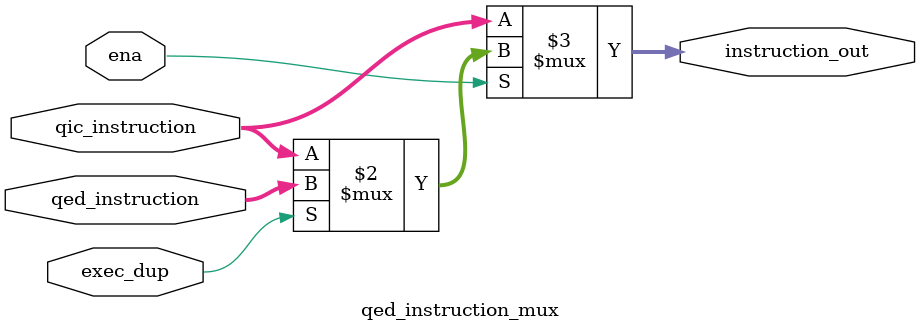
<source format=v>

module qed_instruction_mux (
  // Outputs
  instruction_out,
  // Inputs
  qic_instruction, 
  qed_instruction, 
  ena, 
  exec_dup
  );

  input [31:0] qic_instruction;
  input [31:0] qed_instruction;
  input exec_dup;
  input ena;

  output [31:0] instruction_out;

  assign instruction_out = ena ? ((exec_dup == 1'b0) ? qic_instruction : qed_instruction) : qic_instruction;

endmodule 


</source>
